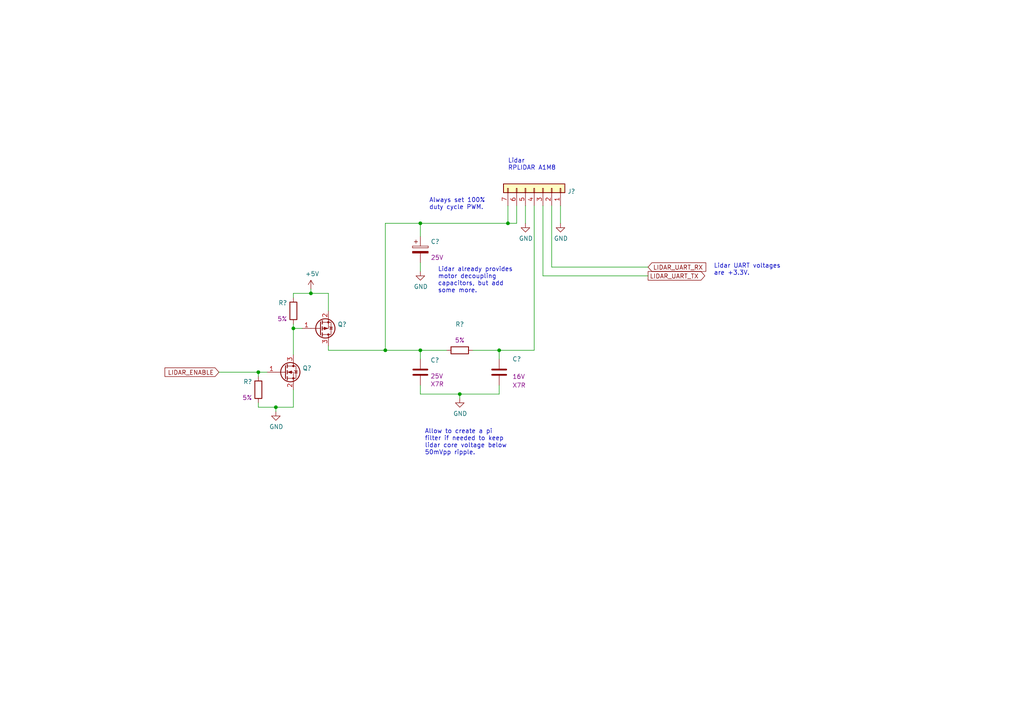
<source format=kicad_sch>
(kicad_sch (version 20211123) (generator eeschema)
  (paper "A4")
  (title_block (title "RPLIDAR A1M8 Dev Kit Lidar") (date "2021-02-05") (rev "1.1") (company "Cyclope robot by Adrien RICCIARDI"))
  (lib_symbols
    (symbol "Connector_Generic:Conn_01x07" (pin_names (offset 1.016) hide)
      (property "Reference" "J" (at 0 10.16 0))
      (property "Value" "Conn_01x07" (at 0 -10.16 0))
      (symbol "Conn_01x07_1_1"
        (rectangle (start -1.27 -7.493) (end 0 -7.747) (stroke (width 0.1524)))
        (rectangle (start -1.27 -4.953) (end 0 -5.207) (stroke (width 0.1524)))
        (rectangle (start -1.27 -2.413) (end 0 -2.667) (stroke (width 0.1524)))
        (rectangle (start -1.27 0.127) (end 0 -0.127) (stroke (width 0.1524)))
        (rectangle (start -1.27 2.667) (end 0 2.413) (stroke (width 0.1524)))
        (rectangle (start -1.27 5.207) (end 0 4.953) (stroke (width 0.1524)))
        (rectangle (start -1.27 7.747) (end 0 7.493) (stroke (width 0.1524)))
        (rectangle (start -1.27 8.89) (end 1.27 -8.89) (stroke (width 0.254)) (fill (type background)))
        (pin passive line (at -5.08 7.62 0) (length 3.81) (name "Pin_1") (number "1"))
        (pin passive line (at -5.08 5.08 0) (length 3.81) (name "Pin_2") (number "2"))
        (pin passive line (at -5.08 2.54 0) (length 3.81) (name "Pin_3") (number "3"))
        (pin passive line (at -5.08 0 0) (length 3.81) (name "Pin_4") (number "4"))
        (pin passive line (at -5.08 -2.54 0) (length 3.81) (name "Pin_5") (number "5"))
        (pin passive line (at -5.08 -5.08 0) (length 3.81) (name "Pin_6") (number "6"))
        (pin passive line (at -5.08 -7.62 0) (length 3.81) (name "Pin_7") (number "7"))
      )
    )
    (symbol "Device:C" (pin_numbers hide) (pin_names (offset 0.254))
      (property "Reference" "C" (at 0.635 2.54 0))
      (property "Value" "C" (at 0.635 -2.54 0))
      (symbol "C_0_1"
        (polyline (pts (xy -2.032 -0.762) (xy 2.032 -0.762)) (stroke (width 0.508)))
        (polyline (pts (xy -2.032 0.762) (xy 2.032 0.762)) (stroke (width 0.508)))
      )
      (symbol "C_1_1"
        (pin passive line (at 0 3.81 270) (length 2.794) (name "~") (number "1"))
        (pin passive line (at 0 -3.81 90) (length 2.794) (name "~") (number "2"))
      )
    )
    (symbol "Device:C_Polarized" (pin_numbers hide) (pin_names (offset 0.254))
      (property "Reference" "C" (at 0.635 2.54 0))
      (property "Value" "C_Polarized" (at 0.635 -2.54 0))
      (symbol "C_Polarized_0_1"
        (rectangle (start -2.286 0.508) (end 2.286 1.016))
        (polyline (pts (xy -1.778 2.286) (xy -0.762 2.286)))
        (polyline (pts (xy -1.27 2.794) (xy -1.27 1.778)))
        (rectangle (start 2.286 -0.508) (end -2.286 -1.016) (fill (type outline)))
      )
      (symbol "C_Polarized_1_1"
        (pin passive line (at 0 3.81 270) (length 2.794) (name "~") (number "1"))
        (pin passive line (at 0 -3.81 90) (length 2.794) (name "~") (number "2"))
      )
    )
    (symbol "Device:R" (pin_numbers hide) (pin_names (offset 0))
      (property "Reference" "R" (at 2.032 0 90))
      (property "Value" "R" (at 0 0 90))
      (symbol "R_0_1"
        (rectangle (start -1.016 -2.54) (end 1.016 2.54) (stroke (width 0.254)))
      )
      (symbol "R_1_1"
        (pin passive line (at 0 3.81 270) (length 1.27) (name "~") (number "1"))
        (pin passive line (at 0 -3.81 90) (length 1.27) (name "~") (number "2"))
      )
    )
    (symbol "Transistor_FET:DMG2301L" (pin_names hide)
      (property "Reference" "Q" (at 5.08 1.905 0))
      (property "Value" "DMG2301L" (at 5.08 0 0))
      (symbol "DMG2301L_0_1"
        (polyline (pts (xy 0.254 0) (xy -2.54 0)))
        (polyline (pts (xy 0.254 1.905) (xy 0.254 -1.905)) (stroke (width 0.254)))
        (polyline (pts (xy 0.762 -1.27) (xy 0.762 -2.286)) (stroke (width 0.254)))
        (polyline (pts (xy 0.762 0.508) (xy 0.762 -0.508)) (stroke (width 0.254)))
        (polyline (pts (xy 0.762 2.286) (xy 0.762 1.27)) (stroke (width 0.254)))
        (polyline (pts (xy 2.54 2.54) (xy 2.54 1.778)))
        (polyline (pts (xy 2.54 -2.54) (xy 2.54 0) (xy 0.762 0)))
        (polyline (pts (xy 0.762 1.778) (xy 3.302 1.778) (xy 3.302 -1.778) (xy 0.762 -1.778)))
        (polyline (pts (xy 2.286 0) (xy 1.27 0.381) (xy 1.27 -0.381) (xy 2.286 0)) (fill (type outline)))
        (polyline (pts (xy 2.794 -0.508) (xy 2.921 -0.381) (xy 3.683 -0.381) (xy 3.81 -0.254)))
        (polyline (pts (xy 3.302 -0.381) (xy 2.921 0.254) (xy 3.683 0.254) (xy 3.302 -0.381)))
        (circle (center 1.651 0) (radius 2.794) (stroke (width 0.254)))
        (circle (center 2.54 -1.778) (radius 0.254) (fill (type outline)))
        (circle (center 2.54 1.778) (radius 0.254) (fill (type outline)))
      )
      (symbol "DMG2301L_1_1"
        (pin input line (at -5.08 0 0) (length 2.54) (name "G") (number "1"))
        (pin passive line (at 2.54 -5.08 90) (length 2.54) (name "S") (number "2"))
        (pin passive line (at 2.54 5.08 270) (length 2.54) (name "D") (number "3"))
      )
    )
    (symbol "Transistor_FET:DMG3414U" (pin_names hide)
      (property "Reference" "Q" (at 5.08 1.905 0))
      (property "Value" "DMG3414U" (at 5.08 0 0))
      (symbol "DMG3414U_0_1"
        (polyline (pts (xy 0.254 0) (xy -2.54 0)))
        (polyline (pts (xy 0.254 1.905) (xy 0.254 -1.905)) (stroke (width 0.254)))
        (polyline (pts (xy 0.762 -1.27) (xy 0.762 -2.286)) (stroke (width 0.254)))
        (polyline (pts (xy 0.762 0.508) (xy 0.762 -0.508)) (stroke (width 0.254)))
        (polyline (pts (xy 0.762 2.286) (xy 0.762 1.27)) (stroke (width 0.254)))
        (polyline (pts (xy 2.54 2.54) (xy 2.54 1.778)))
        (polyline (pts (xy 2.54 -2.54) (xy 2.54 0) (xy 0.762 0)))
        (polyline (pts (xy 0.762 -1.778) (xy 3.302 -1.778) (xy 3.302 1.778) (xy 0.762 1.778)))
        (polyline (pts (xy 1.016 0) (xy 2.032 0.381) (xy 2.032 -0.381) (xy 1.016 0)) (fill (type outline)))
        (polyline (pts (xy 2.794 0.508) (xy 2.921 0.381) (xy 3.683 0.381) (xy 3.81 0.254)))
        (polyline (pts (xy 3.302 0.381) (xy 2.921 -0.254) (xy 3.683 -0.254) (xy 3.302 0.381)))
        (circle (center 1.651 0) (radius 2.794) (stroke (width 0.254)))
        (circle (center 2.54 -1.778) (radius 0.254) (fill (type outline)))
        (circle (center 2.54 1.778) (radius 0.254) (fill (type outline)))
      )
      (symbol "DMG3414U_1_1"
        (pin input line (at -5.08 0 0) (length 2.54) (name "G") (number "1"))
        (pin passive line (at 2.54 -5.08 90) (length 2.54) (name "S") (number "2"))
        (pin passive line (at 2.54 5.08 270) (length 2.54) (name "D") (number "3"))
      )
    )
    (symbol "power:+5V" (power) (pin_names (offset 0))
      (property "Value" "+5V" (at 0 3.556 0))
      (symbol "+5V_0_1"
        (polyline (pts (xy -0.762 1.27) (xy 0 2.54)))
        (polyline (pts (xy 0 0) (xy 0 2.54)))
        (polyline (pts (xy 0 2.54) (xy 0.762 1.27)))
      )
      (symbol "+5V_1_1"
        (pin power_in line (at 0 0 90) (length 0) hide (name "+5V") (number "1"))
      )
    )
    (symbol "power:GND" (power) (pin_names (offset 0))
      (property "Value" "GND" (at 0 -3.81 0))
      (symbol "GND_0_1"
        (polyline (pts (xy 0 0) (xy 0 -1.27) (xy 1.27 -1.27) (xy 0 -2.54) (xy -1.27 -1.27) (xy 0 -1.27)))
      )
      (symbol "GND_1_1"
        (pin power_in line (at 0 0 270) (length 0) hide (name "GND") (number "1"))
      )
    )
  )
  (junction (at 80.01 118.11))
  (junction (at 85.09 95.25))
  (junction (at 90.17 85.09))
  (junction (at 74.93 107.95))
  (junction (at 121.92 101.6))
  (junction (at 121.92 64.77))
  (junction (at 144.78 101.6))
  (junction (at 147.32 64.77))
  (junction (at 111.76 101.6))
  (junction (at 133.35 114.3))
  (wire (pts (xy 137.16 101.6) (xy 144.78 101.6)))
  (wire (pts (xy 85.09 85.09) (xy 85.09 86.36)))
  (wire (pts (xy 133.35 114.3) (xy 144.78 114.3)))
  (wire (pts (xy 152.4 64.77) (xy 152.4 59.69)))
  (wire (pts (xy 133.35 114.3) (xy 133.35 115.57)))
  (wire (pts (xy 121.92 111.76) (xy 121.92 114.3)))
  (wire (pts (xy 95.25 100.33) (xy 95.25 101.6)))
  (wire (pts (xy 144.78 101.6) (xy 144.78 104.14)))
  (wire (pts (xy 157.48 80.01) (xy 187.96 80.01)))
  (wire (pts (xy 74.93 107.95) (xy 74.93 109.22)))
  (wire (pts (xy 111.76 101.6) (xy 111.76 64.77)))
  (wire (pts (xy 160.02 59.69) (xy 160.02 77.47)))
  (wire (pts (xy 90.17 85.09) (xy 95.25 85.09)))
  (wire (pts (xy 121.92 101.6) (xy 129.54 101.6)))
  (wire (pts (xy 144.78 114.3) (xy 144.78 111.76)))
  (wire (pts (xy 121.92 104.14) (xy 121.92 101.6)))
  (wire (pts (xy 95.25 101.6) (xy 111.76 101.6)))
  (wire (pts (xy 80.01 118.11) (xy 80.01 119.38)))
  (wire (pts (xy 80.01 118.11) (xy 85.09 118.11)))
  (wire (pts (xy 90.17 85.09) (xy 85.09 85.09)))
  (wire (pts (xy 149.86 64.77) (xy 149.86 59.69)))
  (wire (pts (xy 77.47 107.95) (xy 74.93 107.95)))
  (wire (pts (xy 87.63 95.25) (xy 85.09 95.25)))
  (wire (pts (xy 85.09 95.25) (xy 85.09 93.98)))
  (wire (pts (xy 111.76 101.6) (xy 121.92 101.6)))
  (wire (pts (xy 147.32 64.77) (xy 149.86 64.77)))
  (wire (pts (xy 90.17 83.82) (xy 90.17 85.09)))
  (wire (pts (xy 121.92 64.77) (xy 147.32 64.77)))
  (wire (pts (xy 74.93 118.11) (xy 80.01 118.11)))
  (wire (pts (xy 121.92 64.77) (xy 121.92 68.58)))
  (wire (pts (xy 160.02 77.47) (xy 187.96 77.47)))
  (wire (pts (xy 85.09 113.03) (xy 85.09 118.11)))
  (wire (pts (xy 157.48 59.69) (xy 157.48 80.01)))
  (wire (pts (xy 63.5 107.95) (xy 74.93 107.95)))
  (wire (pts (xy 121.92 114.3) (xy 133.35 114.3)))
  (wire (pts (xy 121.92 76.2) (xy 121.92 78.74)))
  (wire (pts (xy 85.09 95.25) (xy 85.09 102.87)))
  (wire (pts (xy 162.56 64.77) (xy 162.56 59.69)))
  (wire (pts (xy 95.25 85.09) (xy 95.25 90.17)))
  (wire (pts (xy 111.76 64.77) (xy 121.92 64.77)))
  (wire (pts (xy 144.78 101.6) (xy 154.94 101.6)))
  (wire (pts (xy 147.32 64.77) (xy 147.32 59.69)))
  (wire (pts (xy 74.93 116.84) (xy 74.93 118.11)))
  (wire (pts (xy 154.94 101.6) (xy 154.94 59.69)))
  (text "Always set 100%\nduty cycle PWM." (at 124.46 60.96 0) (effects (font (size 1.27 1.27)) (justify left bottom)))
  (text "Lidar\nRPLIDAR A1M8" (at 147.32 49.53 0) (effects (font (size 1.27 1.27)) (justify left bottom)))
  (text "Allow to create a pi\nfilter if needed to keep\nlidar core voltage below\n50mVpp ripple." (at 123.19 132.08 0) (effects (font (size 1.27 1.27)) (justify left bottom)))
  (text "Lidar UART voltages\nare +3.3V.\n" (at 207.01 80.01 0) (effects (font (size 1.27 1.27)) (justify left bottom)))
  (text "Lidar already provides\nmotor decoupling\ncapacitors, but add\nsome more." (at 127 85.09 0) (effects (font (size 1.27 1.27)) (justify left bottom)))
  (global_label "LIDAR_ENABLE" (shape input) (at 63.5 107.95 180) (property "Références Inter-Feuilles" "${INTERSHEET_REFS}" (effects hide)))
  (global_label "LIDAR_UART_TX" (shape output) (at 187.96 80.01 0) (property "Références Inter-Feuilles" "${INTERSHEET_REFS}" (effects hide)))
  (global_label "LIDAR_UART_RX" (shape input) (at 187.96 77.47 0) (property "Références Inter-Feuilles" "${INTERSHEET_REFS}" (effects hide)))
  (symbol (lib_id "Device:C") (at 144.78 107.95 0) (unit 1)
    (property "Reference" "C?" (at 148.59 104.14 0) (effects (justify left)))
    (property "Value2" "16V" (at 148.59 109.22 0) (effects (justify left)))
    (property "Value3" "X7R" (at 148.59 111.76 0) (effects (justify left)))
  )
  (symbol (lib_id "Device:C") (at 121.92 107.95 180) (unit 1)
    (property "Reference" "C?" (at 124.841 104.4702 0) (effects (justify right)))
    (property "Value2" "25V" (at 124.841 109.093 0) (effects (justify right)))
    (property "Value3" "X7R" (at 124.841 111.4044 0) (effects (justify right)))
  )
  (symbol (lib_id "Device:R") (at 133.35 101.6 270) (mirror x) (unit 1)
    (property "Reference" "R?" (at 133.35 94.0562 90))
    (property "Value2" "5%" (at 133.35 98.679 90))
  )
  (symbol (lib_id "power:GND") (at 133.35 115.57 0) (unit 1)
    (property "Reference" "#PWR?" (effects hide))
  )
  (symbol (lib_id "Device:R") (at 74.93 113.03 0) (mirror y) (unit 1)
    (property "Reference" "R?" (at 73.152 110.7186 0) (effects (justify left)))
    (property "Value2" "5%" (at 73.152 115.3414 0) (effects (justify left)))
  )
  (symbol (lib_id "power:GND") (at 80.01 119.38 0) (unit 1)
    (property "Reference" "#PWR?" (effects hide))
  )
  (symbol (lib_id "power:+5V") (at 90.17 83.82 0) (unit 1)
    (property "Reference" "#PWR?" (effects hide))
  )
  (symbol (lib_id "Transistor_FET:DMG2301L") (at 92.71 95.25 0) (mirror x) (unit 1)
    (property "Reference" "Q?" (at 97.917 94.0816 0) (effects (justify left)))
    (property "Datasheet" "https://www.diodes.com/assets/Datasheets/DMG2301L.pdf" (effects hide))
  )
  (symbol (lib_id "Device:R") (at 85.09 90.17 0) (mirror y) (unit 1)
    (property "Reference" "R?" (at 83.312 87.8586 0) (effects (justify left)))
    (property "Value2" "5%" (at 83.312 92.4814 0) (effects (justify left)))
  )
  (symbol (lib_id "Transistor_FET:DMG3414U") (at 82.55 107.95 0) (unit 1)
    (property "Reference" "Q?" (at 87.7316 106.7816 0) (effects (justify left)))
    (property "Datasheet" "http://www.diodes.com/assets/Datasheets/ds31739.pdf" (effects hide))
  )
  (symbol (lib_id "Connector_Generic:Conn_01x07") (at 154.94 54.61 270) (mirror x) (unit 1)
    (property "Reference" "J?" (at 164.592 55.5244 90) (effects (justify left)))
    (property "Datasheet" "https://www.molex.com/webdocs/datasheets/pdf/en-us/0022035075_PCB_HEADERS.pdf" (effects hide))
    (property "Manufacturer" "Molex" (effects hide))
  )
  (symbol (lib_id "Device:C_Polarized") (at 121.92 72.39 0) (unit 1)
    (property "Reference" "C?" (at 124.9172 70.0786 0) (effects (justify left)))
    (property "Value2" "25V" (at 124.9172 74.7014 0) (effects (justify left)))
    (property "Value3" "MCVVT016M470DA1L" (effects hide))
  )
  (symbol (lib_id "power:GND") (at 121.92 78.74 0) (unit 1)
    (property "Reference" "#PWR?" (effects hide))
  )
  (symbol (lib_id "power:GND") (at 152.4 64.77 0) (unit 1)
    (property "Reference" "#PWR?" (effects hide))
  )
  (symbol (lib_id "power:GND") (at 162.56 64.77 0) (unit 1)
    (property "Reference" "#PWR?" (effects hide))
  )
)
</source>
